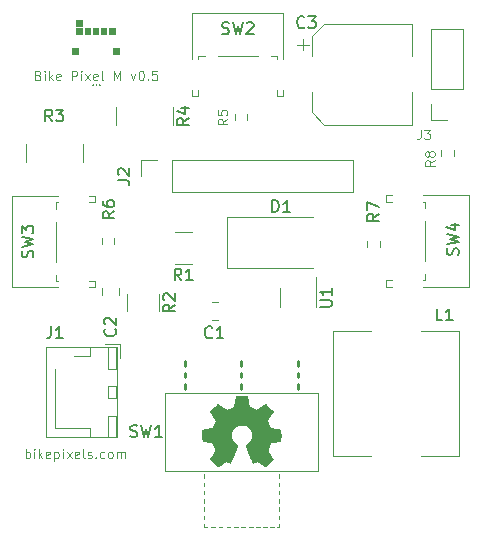
<source format=gbr>
%TF.GenerationSoftware,KiCad,Pcbnew,(6.0.0)*%
%TF.CreationDate,2022-01-15T14:34:17+01:00*%
%TF.ProjectId,bike_pixel_m,62696b65-5f70-4697-9865-6c5f6d2e6b69,v0.5*%
%TF.SameCoordinates,Original*%
%TF.FileFunction,Legend,Top*%
%TF.FilePolarity,Positive*%
%FSLAX46Y46*%
G04 Gerber Fmt 4.6, Leading zero omitted, Abs format (unit mm)*
G04 Created by KiCad (PCBNEW (6.0.0)) date 2022-01-15 14:34:17*
%MOMM*%
%LPD*%
G01*
G04 APERTURE LIST*
%ADD10C,0.100000*%
%ADD11C,0.150000*%
%ADD12C,0.120000*%
%ADD13C,0.240000*%
%ADD14C,0.010000*%
G04 APERTURE END LIST*
D10*
X121290476Y-117861904D02*
X121290476Y-117061904D01*
X121290476Y-117366666D02*
X121366666Y-117328571D01*
X121519047Y-117328571D01*
X121595238Y-117366666D01*
X121633333Y-117404761D01*
X121671428Y-117480952D01*
X121671428Y-117709523D01*
X121633333Y-117785714D01*
X121595238Y-117823809D01*
X121519047Y-117861904D01*
X121366666Y-117861904D01*
X121290476Y-117823809D01*
X122014285Y-117861904D02*
X122014285Y-117328571D01*
X122014285Y-117061904D02*
X121976190Y-117100000D01*
X122014285Y-117138095D01*
X122052380Y-117100000D01*
X122014285Y-117061904D01*
X122014285Y-117138095D01*
X122395238Y-117861904D02*
X122395238Y-117061904D01*
X122471428Y-117557142D02*
X122700000Y-117861904D01*
X122700000Y-117328571D02*
X122395238Y-117633333D01*
X123347619Y-117823809D02*
X123271428Y-117861904D01*
X123119047Y-117861904D01*
X123042857Y-117823809D01*
X123004761Y-117747619D01*
X123004761Y-117442857D01*
X123042857Y-117366666D01*
X123119047Y-117328571D01*
X123271428Y-117328571D01*
X123347619Y-117366666D01*
X123385714Y-117442857D01*
X123385714Y-117519047D01*
X123004761Y-117595238D01*
X123728571Y-117328571D02*
X123728571Y-118128571D01*
X123728571Y-117366666D02*
X123804761Y-117328571D01*
X123957142Y-117328571D01*
X124033333Y-117366666D01*
X124071428Y-117404761D01*
X124109523Y-117480952D01*
X124109523Y-117709523D01*
X124071428Y-117785714D01*
X124033333Y-117823809D01*
X123957142Y-117861904D01*
X123804761Y-117861904D01*
X123728571Y-117823809D01*
X124452380Y-117861904D02*
X124452380Y-117328571D01*
X124452380Y-117061904D02*
X124414285Y-117100000D01*
X124452380Y-117138095D01*
X124490476Y-117100000D01*
X124452380Y-117061904D01*
X124452380Y-117138095D01*
X124757142Y-117861904D02*
X125176190Y-117328571D01*
X124757142Y-117328571D02*
X125176190Y-117861904D01*
X125785714Y-117823809D02*
X125709523Y-117861904D01*
X125557142Y-117861904D01*
X125480952Y-117823809D01*
X125442857Y-117747619D01*
X125442857Y-117442857D01*
X125480952Y-117366666D01*
X125557142Y-117328571D01*
X125709523Y-117328571D01*
X125785714Y-117366666D01*
X125823809Y-117442857D01*
X125823809Y-117519047D01*
X125442857Y-117595238D01*
X126280952Y-117861904D02*
X126204761Y-117823809D01*
X126166666Y-117747619D01*
X126166666Y-117061904D01*
X126547619Y-117823809D02*
X126623809Y-117861904D01*
X126776190Y-117861904D01*
X126852380Y-117823809D01*
X126890476Y-117747619D01*
X126890476Y-117709523D01*
X126852380Y-117633333D01*
X126776190Y-117595238D01*
X126661904Y-117595238D01*
X126585714Y-117557142D01*
X126547619Y-117480952D01*
X126547619Y-117442857D01*
X126585714Y-117366666D01*
X126661904Y-117328571D01*
X126776190Y-117328571D01*
X126852380Y-117366666D01*
X127233333Y-117785714D02*
X127271428Y-117823809D01*
X127233333Y-117861904D01*
X127195238Y-117823809D01*
X127233333Y-117785714D01*
X127233333Y-117861904D01*
X127957142Y-117823809D02*
X127880952Y-117861904D01*
X127728571Y-117861904D01*
X127652380Y-117823809D01*
X127614285Y-117785714D01*
X127576190Y-117709523D01*
X127576190Y-117480952D01*
X127614285Y-117404761D01*
X127652380Y-117366666D01*
X127728571Y-117328571D01*
X127880952Y-117328571D01*
X127957142Y-117366666D01*
X128414285Y-117861904D02*
X128338095Y-117823809D01*
X128300000Y-117785714D01*
X128261904Y-117709523D01*
X128261904Y-117480952D01*
X128300000Y-117404761D01*
X128338095Y-117366666D01*
X128414285Y-117328571D01*
X128528571Y-117328571D01*
X128604761Y-117366666D01*
X128642857Y-117404761D01*
X128680952Y-117480952D01*
X128680952Y-117709523D01*
X128642857Y-117785714D01*
X128604761Y-117823809D01*
X128528571Y-117861904D01*
X128414285Y-117861904D01*
X129023809Y-117861904D02*
X129023809Y-117328571D01*
X129023809Y-117404761D02*
X129061904Y-117366666D01*
X129138095Y-117328571D01*
X129252380Y-117328571D01*
X129328571Y-117366666D01*
X129366666Y-117442857D01*
X129366666Y-117861904D01*
X129366666Y-117442857D02*
X129404761Y-117366666D01*
X129480952Y-117328571D01*
X129595238Y-117328571D01*
X129671428Y-117366666D01*
X129709523Y-117442857D01*
X129709523Y-117861904D01*
D11*
%TO.C,C3*%
X144883333Y-81357142D02*
X144835714Y-81404761D01*
X144692857Y-81452380D01*
X144597619Y-81452380D01*
X144454761Y-81404761D01*
X144359523Y-81309523D01*
X144311904Y-81214285D01*
X144264285Y-81023809D01*
X144264285Y-80880952D01*
X144311904Y-80690476D01*
X144359523Y-80595238D01*
X144454761Y-80500000D01*
X144597619Y-80452380D01*
X144692857Y-80452380D01*
X144835714Y-80500000D01*
X144883333Y-80547619D01*
X145216666Y-80452380D02*
X145835714Y-80452380D01*
X145502380Y-80833333D01*
X145645238Y-80833333D01*
X145740476Y-80880952D01*
X145788095Y-80928571D01*
X145835714Y-81023809D01*
X145835714Y-81261904D01*
X145788095Y-81357142D01*
X145740476Y-81404761D01*
X145645238Y-81452380D01*
X145359523Y-81452380D01*
X145264285Y-81404761D01*
X145216666Y-81357142D01*
%TO.C,R6*%
X128802380Y-96966666D02*
X128326190Y-97300000D01*
X128802380Y-97538095D02*
X127802380Y-97538095D01*
X127802380Y-97157142D01*
X127850000Y-97061904D01*
X127897619Y-97014285D01*
X127992857Y-96966666D01*
X128135714Y-96966666D01*
X128230952Y-97014285D01*
X128278571Y-97061904D01*
X128326190Y-97157142D01*
X128326190Y-97538095D01*
X127802380Y-96109523D02*
X127802380Y-96300000D01*
X127850000Y-96395238D01*
X127897619Y-96442857D01*
X128040476Y-96538095D01*
X128230952Y-96585714D01*
X128611904Y-96585714D01*
X128707142Y-96538095D01*
X128754761Y-96490476D01*
X128802380Y-96395238D01*
X128802380Y-96204761D01*
X128754761Y-96109523D01*
X128707142Y-96061904D01*
X128611904Y-96014285D01*
X128373809Y-96014285D01*
X128278571Y-96061904D01*
X128230952Y-96109523D01*
X128183333Y-96204761D01*
X128183333Y-96395238D01*
X128230952Y-96490476D01*
X128278571Y-96538095D01*
X128373809Y-96585714D01*
D10*
%TO.C,R8*%
X155931904Y-92633333D02*
X155550952Y-92900000D01*
X155931904Y-93090476D02*
X155131904Y-93090476D01*
X155131904Y-92785714D01*
X155170000Y-92709523D01*
X155208095Y-92671428D01*
X155284285Y-92633333D01*
X155398571Y-92633333D01*
X155474761Y-92671428D01*
X155512857Y-92709523D01*
X155550952Y-92785714D01*
X155550952Y-93090476D01*
X155474761Y-92176190D02*
X155436666Y-92252380D01*
X155398571Y-92290476D01*
X155322380Y-92328571D01*
X155284285Y-92328571D01*
X155208095Y-92290476D01*
X155170000Y-92252380D01*
X155131904Y-92176190D01*
X155131904Y-92023809D01*
X155170000Y-91947619D01*
X155208095Y-91909523D01*
X155284285Y-91871428D01*
X155322380Y-91871428D01*
X155398571Y-91909523D01*
X155436666Y-91947619D01*
X155474761Y-92023809D01*
X155474761Y-92176190D01*
X155512857Y-92252380D01*
X155550952Y-92290476D01*
X155627142Y-92328571D01*
X155779523Y-92328571D01*
X155855714Y-92290476D01*
X155893809Y-92252380D01*
X155931904Y-92176190D01*
X155931904Y-92023809D01*
X155893809Y-91947619D01*
X155855714Y-91909523D01*
X155779523Y-91871428D01*
X155627142Y-91871428D01*
X155550952Y-91909523D01*
X155512857Y-91947619D01*
X155474761Y-92023809D01*
D11*
%TO.C,C1*%
X137083333Y-107607142D02*
X137035714Y-107654761D01*
X136892857Y-107702380D01*
X136797619Y-107702380D01*
X136654761Y-107654761D01*
X136559523Y-107559523D01*
X136511904Y-107464285D01*
X136464285Y-107273809D01*
X136464285Y-107130952D01*
X136511904Y-106940476D01*
X136559523Y-106845238D01*
X136654761Y-106750000D01*
X136797619Y-106702380D01*
X136892857Y-106702380D01*
X137035714Y-106750000D01*
X137083333Y-106797619D01*
X138035714Y-107702380D02*
X137464285Y-107702380D01*
X137750000Y-107702380D02*
X137750000Y-106702380D01*
X137654761Y-106845238D01*
X137559523Y-106940476D01*
X137464285Y-106988095D01*
D10*
%TO.C,J3*%
X154733333Y-90061904D02*
X154733333Y-90633333D01*
X154695238Y-90747619D01*
X154619047Y-90823809D01*
X154504761Y-90861904D01*
X154428571Y-90861904D01*
X155038095Y-90061904D02*
X155533333Y-90061904D01*
X155266666Y-90366666D01*
X155380952Y-90366666D01*
X155457142Y-90404761D01*
X155495238Y-90442857D01*
X155533333Y-90519047D01*
X155533333Y-90709523D01*
X155495238Y-90785714D01*
X155457142Y-90823809D01*
X155380952Y-90861904D01*
X155152380Y-90861904D01*
X155076190Y-90823809D01*
X155038095Y-90785714D01*
%TO.C,Bike Pixel M v0.5*%
X122354761Y-85442857D02*
X122469047Y-85480952D01*
X122507142Y-85519047D01*
X122545238Y-85595238D01*
X122545238Y-85709523D01*
X122507142Y-85785714D01*
X122469047Y-85823809D01*
X122392857Y-85861904D01*
X122088095Y-85861904D01*
X122088095Y-85061904D01*
X122354761Y-85061904D01*
X122430952Y-85100000D01*
X122469047Y-85138095D01*
X122507142Y-85214285D01*
X122507142Y-85290476D01*
X122469047Y-85366666D01*
X122430952Y-85404761D01*
X122354761Y-85442857D01*
X122088095Y-85442857D01*
X122888095Y-85861904D02*
X122888095Y-85328571D01*
X122888095Y-85061904D02*
X122850000Y-85100000D01*
X122888095Y-85138095D01*
X122926190Y-85100000D01*
X122888095Y-85061904D01*
X122888095Y-85138095D01*
X123269047Y-85861904D02*
X123269047Y-85061904D01*
X123345238Y-85557142D02*
X123573809Y-85861904D01*
X123573809Y-85328571D02*
X123269047Y-85633333D01*
X124221428Y-85823809D02*
X124145238Y-85861904D01*
X123992857Y-85861904D01*
X123916666Y-85823809D01*
X123878571Y-85747619D01*
X123878571Y-85442857D01*
X123916666Y-85366666D01*
X123992857Y-85328571D01*
X124145238Y-85328571D01*
X124221428Y-85366666D01*
X124259523Y-85442857D01*
X124259523Y-85519047D01*
X123878571Y-85595238D01*
X125211904Y-85861904D02*
X125211904Y-85061904D01*
X125516666Y-85061904D01*
X125592857Y-85100000D01*
X125630952Y-85138095D01*
X125669047Y-85214285D01*
X125669047Y-85328571D01*
X125630952Y-85404761D01*
X125592857Y-85442857D01*
X125516666Y-85480952D01*
X125211904Y-85480952D01*
X126011904Y-85861904D02*
X126011904Y-85328571D01*
X126011904Y-85061904D02*
X125973809Y-85100000D01*
X126011904Y-85138095D01*
X126050000Y-85100000D01*
X126011904Y-85061904D01*
X126011904Y-85138095D01*
X126316666Y-85861904D02*
X126735714Y-85328571D01*
X126316666Y-85328571D02*
X126735714Y-85861904D01*
X127345238Y-85823809D02*
X127269047Y-85861904D01*
X127116666Y-85861904D01*
X127040476Y-85823809D01*
X127002380Y-85747619D01*
X127002380Y-85442857D01*
X127040476Y-85366666D01*
X127116666Y-85328571D01*
X127269047Y-85328571D01*
X127345238Y-85366666D01*
X127383333Y-85442857D01*
X127383333Y-85519047D01*
X127002380Y-85595238D01*
X127840476Y-85861904D02*
X127764285Y-85823809D01*
X127726190Y-85747619D01*
X127726190Y-85061904D01*
X128754761Y-85861904D02*
X128754761Y-85061904D01*
X129021428Y-85633333D01*
X129288095Y-85061904D01*
X129288095Y-85861904D01*
X130202380Y-85328571D02*
X130392857Y-85861904D01*
X130583333Y-85328571D01*
X131040476Y-85061904D02*
X131116666Y-85061904D01*
X131192857Y-85100000D01*
X131230952Y-85138095D01*
X131269047Y-85214285D01*
X131307142Y-85366666D01*
X131307142Y-85557142D01*
X131269047Y-85709523D01*
X131230952Y-85785714D01*
X131192857Y-85823809D01*
X131116666Y-85861904D01*
X131040476Y-85861904D01*
X130964285Y-85823809D01*
X130926190Y-85785714D01*
X130888095Y-85709523D01*
X130850000Y-85557142D01*
X130850000Y-85366666D01*
X130888095Y-85214285D01*
X130926190Y-85138095D01*
X130964285Y-85100000D01*
X131040476Y-85061904D01*
X131650000Y-85785714D02*
X131688095Y-85823809D01*
X131650000Y-85861904D01*
X131611904Y-85823809D01*
X131650000Y-85785714D01*
X131650000Y-85861904D01*
X132411904Y-85061904D02*
X132030952Y-85061904D01*
X131992857Y-85442857D01*
X132030952Y-85404761D01*
X132107142Y-85366666D01*
X132297619Y-85366666D01*
X132373809Y-85404761D01*
X132411904Y-85442857D01*
X132450000Y-85519047D01*
X132450000Y-85709523D01*
X132411904Y-85785714D01*
X132373809Y-85823809D01*
X132297619Y-85861904D01*
X132107142Y-85861904D01*
X132030952Y-85823809D01*
X131992857Y-85785714D01*
D11*
%TO.C,D1*%
X142169904Y-97020380D02*
X142169904Y-96020380D01*
X142408000Y-96020380D01*
X142550857Y-96068000D01*
X142646095Y-96163238D01*
X142693714Y-96258476D01*
X142741333Y-96448952D01*
X142741333Y-96591809D01*
X142693714Y-96782285D01*
X142646095Y-96877523D01*
X142550857Y-96972761D01*
X142408000Y-97020380D01*
X142169904Y-97020380D01*
X143693714Y-97020380D02*
X143122285Y-97020380D01*
X143408000Y-97020380D02*
X143408000Y-96020380D01*
X143312761Y-96163238D01*
X143217523Y-96258476D01*
X143122285Y-96306095D01*
%TO.C,R2*%
X133932380Y-104866666D02*
X133456190Y-105200000D01*
X133932380Y-105438095D02*
X132932380Y-105438095D01*
X132932380Y-105057142D01*
X132980000Y-104961904D01*
X133027619Y-104914285D01*
X133122857Y-104866666D01*
X133265714Y-104866666D01*
X133360952Y-104914285D01*
X133408571Y-104961904D01*
X133456190Y-105057142D01*
X133456190Y-105438095D01*
X133027619Y-104485714D02*
X132980000Y-104438095D01*
X132932380Y-104342857D01*
X132932380Y-104104761D01*
X132980000Y-104009523D01*
X133027619Y-103961904D01*
X133122857Y-103914285D01*
X133218095Y-103914285D01*
X133360952Y-103961904D01*
X133932380Y-104533333D01*
X133932380Y-103914285D01*
%TO.C,U1*%
X146200580Y-105054304D02*
X147010104Y-105054304D01*
X147105342Y-105006685D01*
X147152961Y-104959066D01*
X147200580Y-104863828D01*
X147200580Y-104673352D01*
X147152961Y-104578114D01*
X147105342Y-104530495D01*
X147010104Y-104482876D01*
X146200580Y-104482876D01*
X147200580Y-103482876D02*
X147200580Y-104054304D01*
X147200580Y-103768590D02*
X146200580Y-103768590D01*
X146343438Y-103863828D01*
X146438676Y-103959066D01*
X146486295Y-104054304D01*
%TO.C,L1*%
X156583333Y-106202380D02*
X156107142Y-106202380D01*
X156107142Y-105202380D01*
X157440476Y-106202380D02*
X156869047Y-106202380D01*
X157154761Y-106202380D02*
X157154761Y-105202380D01*
X157059523Y-105345238D01*
X156964285Y-105440476D01*
X156869047Y-105488095D01*
%TO.C,SW2*%
X137916666Y-81904761D02*
X138059523Y-81952380D01*
X138297619Y-81952380D01*
X138392857Y-81904761D01*
X138440476Y-81857142D01*
X138488095Y-81761904D01*
X138488095Y-81666666D01*
X138440476Y-81571428D01*
X138392857Y-81523809D01*
X138297619Y-81476190D01*
X138107142Y-81428571D01*
X138011904Y-81380952D01*
X137964285Y-81333333D01*
X137916666Y-81238095D01*
X137916666Y-81142857D01*
X137964285Y-81047619D01*
X138011904Y-81000000D01*
X138107142Y-80952380D01*
X138345238Y-80952380D01*
X138488095Y-81000000D01*
X138821428Y-80952380D02*
X139059523Y-81952380D01*
X139250000Y-81238095D01*
X139440476Y-81952380D01*
X139678571Y-80952380D01*
X140011904Y-81047619D02*
X140059523Y-81000000D01*
X140154761Y-80952380D01*
X140392857Y-80952380D01*
X140488095Y-81000000D01*
X140535714Y-81047619D01*
X140583333Y-81142857D01*
X140583333Y-81238095D01*
X140535714Y-81380952D01*
X139964285Y-81952380D01*
X140583333Y-81952380D01*
%TO.C,C2*%
X128857142Y-106916666D02*
X128904761Y-106964285D01*
X128952380Y-107107142D01*
X128952380Y-107202380D01*
X128904761Y-107345238D01*
X128809523Y-107440476D01*
X128714285Y-107488095D01*
X128523809Y-107535714D01*
X128380952Y-107535714D01*
X128190476Y-107488095D01*
X128095238Y-107440476D01*
X128000000Y-107345238D01*
X127952380Y-107202380D01*
X127952380Y-107107142D01*
X128000000Y-106964285D01*
X128047619Y-106916666D01*
X128047619Y-106535714D02*
X128000000Y-106488095D01*
X127952380Y-106392857D01*
X127952380Y-106154761D01*
X128000000Y-106059523D01*
X128047619Y-106011904D01*
X128142857Y-105964285D01*
X128238095Y-105964285D01*
X128380952Y-106011904D01*
X128952380Y-106583333D01*
X128952380Y-105964285D01*
D10*
%TO.C,...*%
X126964285Y-86214285D02*
X126992857Y-86242857D01*
X126964285Y-86271428D01*
X126935714Y-86242857D01*
X126964285Y-86214285D01*
X126964285Y-86271428D01*
X127250000Y-86214285D02*
X127278571Y-86242857D01*
X127250000Y-86271428D01*
X127221428Y-86242857D01*
X127250000Y-86214285D01*
X127250000Y-86271428D01*
X127535714Y-86214285D02*
X127564285Y-86242857D01*
X127535714Y-86271428D01*
X127507142Y-86242857D01*
X127535714Y-86214285D01*
X127535714Y-86271428D01*
D11*
%TO.C,SW1*%
X130166666Y-116024761D02*
X130309523Y-116072380D01*
X130547619Y-116072380D01*
X130642857Y-116024761D01*
X130690476Y-115977142D01*
X130738095Y-115881904D01*
X130738095Y-115786666D01*
X130690476Y-115691428D01*
X130642857Y-115643809D01*
X130547619Y-115596190D01*
X130357142Y-115548571D01*
X130261904Y-115500952D01*
X130214285Y-115453333D01*
X130166666Y-115358095D01*
X130166666Y-115262857D01*
X130214285Y-115167619D01*
X130261904Y-115120000D01*
X130357142Y-115072380D01*
X130595238Y-115072380D01*
X130738095Y-115120000D01*
X131071428Y-115072380D02*
X131309523Y-116072380D01*
X131500000Y-115358095D01*
X131690476Y-116072380D01*
X131928571Y-115072380D01*
X132833333Y-116072380D02*
X132261904Y-116072380D01*
X132547619Y-116072380D02*
X132547619Y-115072380D01*
X132452380Y-115215238D01*
X132357142Y-115310476D01*
X132261904Y-115358095D01*
%TO.C,SW3*%
X121904761Y-100858333D02*
X121952380Y-100715476D01*
X121952380Y-100477380D01*
X121904761Y-100382142D01*
X121857142Y-100334523D01*
X121761904Y-100286904D01*
X121666666Y-100286904D01*
X121571428Y-100334523D01*
X121523809Y-100382142D01*
X121476190Y-100477380D01*
X121428571Y-100667857D01*
X121380952Y-100763095D01*
X121333333Y-100810714D01*
X121238095Y-100858333D01*
X121142857Y-100858333D01*
X121047619Y-100810714D01*
X121000000Y-100763095D01*
X120952380Y-100667857D01*
X120952380Y-100429761D01*
X121000000Y-100286904D01*
X120952380Y-99953571D02*
X121952380Y-99715476D01*
X121238095Y-99525000D01*
X121952380Y-99334523D01*
X120952380Y-99096428D01*
X120952380Y-98810714D02*
X120952380Y-98191666D01*
X121333333Y-98525000D01*
X121333333Y-98382142D01*
X121380952Y-98286904D01*
X121428571Y-98239285D01*
X121523809Y-98191666D01*
X121761904Y-98191666D01*
X121857142Y-98239285D01*
X121904761Y-98286904D01*
X121952380Y-98382142D01*
X121952380Y-98667857D01*
X121904761Y-98763095D01*
X121857142Y-98810714D01*
%TO.C,R3*%
X123533333Y-89339880D02*
X123200000Y-88863690D01*
X122961904Y-89339880D02*
X122961904Y-88339880D01*
X123342857Y-88339880D01*
X123438095Y-88387500D01*
X123485714Y-88435119D01*
X123533333Y-88530357D01*
X123533333Y-88673214D01*
X123485714Y-88768452D01*
X123438095Y-88816071D01*
X123342857Y-88863690D01*
X122961904Y-88863690D01*
X123866666Y-88339880D02*
X124485714Y-88339880D01*
X124152380Y-88720833D01*
X124295238Y-88720833D01*
X124390476Y-88768452D01*
X124438095Y-88816071D01*
X124485714Y-88911309D01*
X124485714Y-89149404D01*
X124438095Y-89244642D01*
X124390476Y-89292261D01*
X124295238Y-89339880D01*
X124009523Y-89339880D01*
X123914285Y-89292261D01*
X123866666Y-89244642D01*
%TO.C,J1*%
X123440666Y-106702380D02*
X123440666Y-107416666D01*
X123393047Y-107559523D01*
X123297809Y-107654761D01*
X123154952Y-107702380D01*
X123059714Y-107702380D01*
X124440666Y-107702380D02*
X123869238Y-107702380D01*
X124154952Y-107702380D02*
X124154952Y-106702380D01*
X124059714Y-106845238D01*
X123964476Y-106940476D01*
X123869238Y-106988095D01*
%TO.C,R7*%
X151202380Y-97166666D02*
X150726190Y-97500000D01*
X151202380Y-97738095D02*
X150202380Y-97738095D01*
X150202380Y-97357142D01*
X150250000Y-97261904D01*
X150297619Y-97214285D01*
X150392857Y-97166666D01*
X150535714Y-97166666D01*
X150630952Y-97214285D01*
X150678571Y-97261904D01*
X150726190Y-97357142D01*
X150726190Y-97738095D01*
X150202380Y-96833333D02*
X150202380Y-96166666D01*
X151202380Y-96595238D01*
%TO.C,J2*%
X129082380Y-94308333D02*
X129796666Y-94308333D01*
X129939523Y-94355952D01*
X130034761Y-94451190D01*
X130082380Y-94594047D01*
X130082380Y-94689285D01*
X129177619Y-93879761D02*
X129130000Y-93832142D01*
X129082380Y-93736904D01*
X129082380Y-93498809D01*
X129130000Y-93403571D01*
X129177619Y-93355952D01*
X129272857Y-93308333D01*
X129368095Y-93308333D01*
X129510952Y-93355952D01*
X130082380Y-93927380D01*
X130082380Y-93308333D01*
%TO.C,R1*%
X134479333Y-102808380D02*
X134146000Y-102332190D01*
X133907904Y-102808380D02*
X133907904Y-101808380D01*
X134288857Y-101808380D01*
X134384095Y-101856000D01*
X134431714Y-101903619D01*
X134479333Y-101998857D01*
X134479333Y-102141714D01*
X134431714Y-102236952D01*
X134384095Y-102284571D01*
X134288857Y-102332190D01*
X133907904Y-102332190D01*
X135431714Y-102808380D02*
X134860285Y-102808380D01*
X135146000Y-102808380D02*
X135146000Y-101808380D01*
X135050761Y-101951238D01*
X134955523Y-102046476D01*
X134860285Y-102094095D01*
D10*
%TO.C,R5*%
X138361904Y-89133333D02*
X137980952Y-89400000D01*
X138361904Y-89590476D02*
X137561904Y-89590476D01*
X137561904Y-89285714D01*
X137600000Y-89209523D01*
X137638095Y-89171428D01*
X137714285Y-89133333D01*
X137828571Y-89133333D01*
X137904761Y-89171428D01*
X137942857Y-89209523D01*
X137980952Y-89285714D01*
X137980952Y-89590476D01*
X137561904Y-88409523D02*
X137561904Y-88790476D01*
X137942857Y-88828571D01*
X137904761Y-88790476D01*
X137866666Y-88714285D01*
X137866666Y-88523809D01*
X137904761Y-88447619D01*
X137942857Y-88409523D01*
X138019047Y-88371428D01*
X138209523Y-88371428D01*
X138285714Y-88409523D01*
X138323809Y-88447619D01*
X138361904Y-88523809D01*
X138361904Y-88714285D01*
X138323809Y-88790476D01*
X138285714Y-88828571D01*
D11*
%TO.C,R4*%
X135122380Y-89079166D02*
X134646190Y-89412500D01*
X135122380Y-89650595D02*
X134122380Y-89650595D01*
X134122380Y-89269642D01*
X134170000Y-89174404D01*
X134217619Y-89126785D01*
X134312857Y-89079166D01*
X134455714Y-89079166D01*
X134550952Y-89126785D01*
X134598571Y-89174404D01*
X134646190Y-89269642D01*
X134646190Y-89650595D01*
X134455714Y-88222023D02*
X135122380Y-88222023D01*
X134074761Y-88460119D02*
X134789047Y-88698214D01*
X134789047Y-88079166D01*
%TO.C,SW4*%
X157904761Y-100658333D02*
X157952380Y-100515476D01*
X157952380Y-100277380D01*
X157904761Y-100182142D01*
X157857142Y-100134523D01*
X157761904Y-100086904D01*
X157666666Y-100086904D01*
X157571428Y-100134523D01*
X157523809Y-100182142D01*
X157476190Y-100277380D01*
X157428571Y-100467857D01*
X157380952Y-100563095D01*
X157333333Y-100610714D01*
X157238095Y-100658333D01*
X157142857Y-100658333D01*
X157047619Y-100610714D01*
X157000000Y-100563095D01*
X156952380Y-100467857D01*
X156952380Y-100229761D01*
X157000000Y-100086904D01*
X156952380Y-99753571D02*
X157952380Y-99515476D01*
X157238095Y-99325000D01*
X157952380Y-99134523D01*
X156952380Y-98896428D01*
X157285714Y-98086904D02*
X157952380Y-98086904D01*
X156904761Y-98325000D02*
X157619047Y-98563095D01*
X157619047Y-97944047D01*
D12*
%TO.C,C3*%
X146571937Y-81090000D02*
X154027500Y-81090000D01*
X145507500Y-88545563D02*
X145507500Y-86860000D01*
X154027500Y-89610000D02*
X154027500Y-86860000D01*
X145507500Y-88545563D02*
X146571937Y-89610000D01*
X144767500Y-82340000D02*
X144767500Y-83340000D01*
X146571937Y-89610000D02*
X154027500Y-89610000D01*
X145507500Y-82154437D02*
X145507500Y-83840000D01*
X144267500Y-82840000D02*
X145267500Y-82840000D01*
X145507500Y-82154437D02*
X146571937Y-81090000D01*
X154027500Y-81090000D02*
X154027500Y-83840000D01*
%TO.C,R6*%
X127727500Y-99754724D02*
X127727500Y-99245276D01*
X128772500Y-99754724D02*
X128772500Y-99245276D01*
%TO.C,R8*%
X157522500Y-92254724D02*
X157522500Y-91745276D01*
X156477500Y-92254724D02*
X156477500Y-91745276D01*
%TO.C,C1*%
X137599052Y-106145000D02*
X137076548Y-106145000D01*
X137599052Y-104675000D02*
X137076548Y-104675000D01*
%TO.C,J3*%
X158305000Y-86630000D02*
X155645000Y-86630000D01*
X156975000Y-89230000D02*
X155645000Y-89230000D01*
X155645000Y-86630000D02*
X155645000Y-81490000D01*
X158305000Y-86630000D02*
X158305000Y-81490000D01*
X155645000Y-89230000D02*
X155645000Y-87900000D01*
X158305000Y-81490000D02*
X155645000Y-81490000D01*
%TO.C,Bike Pixel M v0.5*%
G36*
X128900241Y-82014951D02*
G01*
X128341919Y-82014951D01*
X128343183Y-81737055D01*
X128344448Y-81459158D01*
X128622345Y-81457893D01*
X128900241Y-81456629D01*
X128900241Y-82014951D01*
G37*
G36*
X129252815Y-83728851D02*
G01*
X128694492Y-83728851D01*
X128695757Y-83450955D01*
X128697022Y-83173058D01*
X128974918Y-83171793D01*
X129252815Y-83170529D01*
X129252815Y-83728851D01*
G37*
G36*
X126833767Y-82014951D02*
G01*
X126275445Y-82014951D01*
X126276710Y-81737055D01*
X126277974Y-81459158D01*
X126555871Y-81457893D01*
X126833767Y-81456629D01*
X126833767Y-82014951D01*
G37*
G36*
X127934336Y-81457893D02*
G01*
X128212233Y-81459158D01*
X128213498Y-81737055D01*
X128214762Y-82014951D01*
X127656440Y-82014951D01*
X127656440Y-81456629D01*
X127934336Y-81457893D01*
G37*
G36*
X125529979Y-83171793D02*
G01*
X125807876Y-83173058D01*
X125809140Y-83450955D01*
X125810405Y-83728851D01*
X125252083Y-83728851D01*
X125252083Y-83170529D01*
X125529979Y-83171793D01*
G37*
G36*
X126143311Y-81329391D02*
G01*
X125589966Y-81329391D01*
X125589966Y-80771150D01*
X126143311Y-80771150D01*
X126143311Y-81329391D01*
G37*
G36*
X126143311Y-82014951D02*
G01*
X125589966Y-82014951D01*
X125589966Y-81456710D01*
X126143311Y-81456710D01*
X126143311Y-82014951D01*
G37*
G36*
X127523041Y-81737055D02*
G01*
X127524305Y-82014951D01*
X126965902Y-82014951D01*
X126967166Y-81737055D01*
X126968431Y-81459158D01*
X127521776Y-81459158D01*
X127523041Y-81737055D01*
G37*
%TO.C,D1*%
X138308000Y-97418000D02*
X138308000Y-101718000D01*
X138308000Y-101718000D02*
X145608000Y-101718000D01*
X138308000Y-97418000D02*
X145608000Y-97418000D01*
%TO.C,R2*%
X129845000Y-103976263D02*
X129845000Y-105423737D01*
X132555000Y-103976263D02*
X132555000Y-105423737D01*
%TO.C,U1*%
X142788200Y-104292400D02*
X142788200Y-103492400D01*
X145908200Y-104292400D02*
X145908200Y-102492400D01*
X142788200Y-104292400D02*
X142788200Y-105092400D01*
X145908200Y-104292400D02*
X145908200Y-105092400D01*
%TO.C,L1*%
X157954000Y-117695000D02*
X154754000Y-117695000D01*
X147354000Y-117695000D02*
X147354000Y-107095000D01*
X150554000Y-117695000D02*
X147354000Y-117695000D01*
X147354000Y-107095000D02*
X150554000Y-107095000D01*
X157954000Y-107095000D02*
X157954000Y-117695000D01*
X154754000Y-107095000D02*
X157954000Y-107095000D01*
%TO.C,SW2*%
X135910000Y-83832500D02*
X136450000Y-83832500D01*
X143110000Y-86662500D02*
X143110000Y-87172500D01*
X142590000Y-83832500D02*
X142590000Y-84062500D01*
X143110000Y-80162500D02*
X143110000Y-84062500D01*
X142050000Y-83832500D02*
X142590000Y-83832500D01*
X137550000Y-83832500D02*
X140950000Y-83832500D01*
X142590000Y-86662500D02*
X142590000Y-87172500D01*
X135390000Y-80162500D02*
X143110000Y-80162500D01*
X142590000Y-87172500D02*
X143110000Y-87172500D01*
X135390000Y-80162500D02*
X135390000Y-84062500D01*
X135390000Y-86662500D02*
X135390000Y-87172500D01*
X135390000Y-87172500D02*
X135910000Y-87172500D01*
X135910000Y-86662500D02*
X135910000Y-87172500D01*
X135910000Y-83832500D02*
X135910000Y-84062500D01*
%TO.C,C2*%
X127765000Y-103488748D02*
X127765000Y-104011252D01*
X129235000Y-103488748D02*
X129235000Y-104011252D01*
D13*
%TO.C,SW1*%
X144350000Y-111620000D02*
X144350000Y-112020000D01*
D12*
X136350000Y-119220000D02*
X136350000Y-119520000D01*
X136350000Y-122720000D02*
X136350000Y-123020000D01*
X139550000Y-123720000D02*
X139850000Y-123720000D01*
X138300000Y-123720000D02*
X138600000Y-123720000D01*
X140200000Y-123720000D02*
X140500000Y-123720000D01*
D13*
X139550000Y-111620000D02*
X139550000Y-112020000D01*
X134750000Y-111620000D02*
X134750000Y-112020000D01*
D12*
X136350000Y-123420000D02*
X136350000Y-123720000D01*
D13*
X134750000Y-109620000D02*
X134750000Y-110020000D01*
D12*
X142750000Y-122020000D02*
X142750000Y-122320000D01*
X136350000Y-121320000D02*
X136350000Y-121620000D01*
X142750000Y-121320000D02*
X142750000Y-121620000D01*
X136350000Y-119920000D02*
X136350000Y-120220000D01*
X142000000Y-123720000D02*
X142300000Y-123720000D01*
X137650000Y-123720000D02*
X137950000Y-123720000D01*
X136350000Y-122020000D02*
X136350000Y-122320000D01*
X138950000Y-123720000D02*
X139250000Y-123720000D01*
D13*
X139550000Y-109620000D02*
X139550000Y-110020000D01*
D12*
X142750000Y-119220000D02*
X142750000Y-119520000D01*
X142550000Y-123720000D02*
X142750000Y-123720000D01*
D13*
X144350000Y-109620000D02*
X144350000Y-110020000D01*
D12*
X142750000Y-120620000D02*
X142750000Y-120920000D01*
X141400000Y-123720000D02*
X141700000Y-123720000D01*
X142750000Y-119920000D02*
X142750000Y-120220000D01*
X142750000Y-123720000D02*
X142750000Y-123420000D01*
X137000000Y-123720000D02*
X137300000Y-123720000D01*
X140800000Y-123720000D02*
X141100000Y-123720000D01*
D13*
X139550000Y-110620000D02*
X139550000Y-111020000D01*
D12*
X142750000Y-122720000D02*
X142750000Y-123020000D01*
D13*
X134750000Y-110620000D02*
X134750000Y-111020000D01*
D12*
X136350000Y-123720000D02*
X136650000Y-123720000D01*
X136350000Y-120620000D02*
X136350000Y-120920000D01*
D13*
X144350000Y-110620000D02*
X144350000Y-111020000D01*
D12*
X133050000Y-112320000D02*
X146050000Y-112320000D01*
X146050000Y-112320000D02*
X146050000Y-118920000D01*
X146050000Y-118920000D02*
X133050000Y-118920000D01*
X133050000Y-118920000D02*
X133050000Y-112320000D01*
%TO.C,SW3*%
X126650000Y-95665000D02*
X127160000Y-95665000D01*
X120150000Y-95665000D02*
X124050000Y-95665000D01*
X123820000Y-102865000D02*
X123820000Y-102325000D01*
X127160000Y-103385000D02*
X127160000Y-102865000D01*
X123820000Y-96185000D02*
X124050000Y-96185000D01*
X120150000Y-103385000D02*
X124050000Y-103385000D01*
X126650000Y-102865000D02*
X127160000Y-102865000D01*
X127160000Y-96185000D02*
X127160000Y-95665000D01*
X126650000Y-103385000D02*
X127160000Y-103385000D01*
X123820000Y-96725000D02*
X123820000Y-96185000D01*
X123820000Y-102865000D02*
X124050000Y-102865000D01*
X123820000Y-101225000D02*
X123820000Y-97825000D01*
X120150000Y-103385000D02*
X120150000Y-95665000D01*
X126650000Y-96185000D02*
X127160000Y-96185000D01*
%TO.C,R3*%
X126110000Y-92777064D02*
X126110000Y-91222936D01*
X121290000Y-92777064D02*
X121290000Y-91222936D01*
%TO.C,J1*%
X123015000Y-116078000D02*
X128985000Y-116078000D01*
X128985000Y-116078000D02*
X128985000Y-108458000D01*
X128975000Y-108468000D02*
X128225000Y-108468000D01*
X128985000Y-108458000D02*
X123015000Y-108458000D01*
X128975000Y-111768000D02*
X128225000Y-111768000D01*
X128225000Y-110268000D02*
X128975000Y-110268000D01*
X126725000Y-115318000D02*
X123775000Y-115318000D01*
X128225000Y-114268000D02*
X128225000Y-116068000D01*
X123775000Y-115318000D02*
X123775000Y-112268000D01*
X126725000Y-116068000D02*
X126725000Y-115318000D01*
X128975000Y-112768000D02*
X128975000Y-111768000D01*
X126725000Y-108468000D02*
X126725000Y-109218000D01*
X128225000Y-111768000D02*
X128225000Y-112768000D01*
X129275000Y-109418000D02*
X129275000Y-108168000D01*
X128975000Y-110268000D02*
X128975000Y-108468000D01*
X129275000Y-108168000D02*
X128025000Y-108168000D01*
X123775000Y-112268000D02*
X123775000Y-110278000D01*
X128975000Y-114268000D02*
X128225000Y-114268000D01*
X128225000Y-112768000D02*
X128975000Y-112768000D01*
X128225000Y-116068000D02*
X128975000Y-116068000D01*
X123015000Y-108458000D02*
X123015000Y-116078000D01*
X126725000Y-109218000D02*
X125385000Y-109218000D01*
X128975000Y-116068000D02*
X128975000Y-114268000D01*
X128225000Y-108468000D02*
X128225000Y-110268000D01*
%TO.C,R7*%
X150227500Y-100004724D02*
X150227500Y-99495276D01*
X151272500Y-100004724D02*
X151272500Y-99495276D01*
%TO.C,J2*%
X131070000Y-93975000D02*
X131070000Y-92645000D01*
X148970000Y-95305000D02*
X148970000Y-92645000D01*
X133670000Y-95305000D02*
X148970000Y-95305000D01*
X133670000Y-92645000D02*
X148970000Y-92645000D01*
X133670000Y-95305000D02*
X133670000Y-92645000D01*
X131070000Y-92645000D02*
X132400000Y-92645000D01*
%TO.C,R1*%
X135369737Y-98721000D02*
X133922263Y-98721000D01*
X135369737Y-101431000D02*
X133922263Y-101431000D01*
%TO.C,R5*%
X138977500Y-89254724D02*
X138977500Y-88745276D01*
X140022500Y-89254724D02*
X140022500Y-88745276D01*
D14*
%TO.C,REF\u002A\u002A*%
X140105814Y-113068931D02*
X140189635Y-113513555D01*
X140189635Y-113513555D02*
X140498920Y-113641053D01*
X140498920Y-113641053D02*
X140808206Y-113768551D01*
X140808206Y-113768551D02*
X141179246Y-113516246D01*
X141179246Y-113516246D02*
X141283157Y-113445996D01*
X141283157Y-113445996D02*
X141377087Y-113383272D01*
X141377087Y-113383272D02*
X141456652Y-113330938D01*
X141456652Y-113330938D02*
X141517470Y-113291857D01*
X141517470Y-113291857D02*
X141555157Y-113268893D01*
X141555157Y-113268893D02*
X141565421Y-113263942D01*
X141565421Y-113263942D02*
X141583910Y-113276676D01*
X141583910Y-113276676D02*
X141623420Y-113311882D01*
X141623420Y-113311882D02*
X141679522Y-113365062D01*
X141679522Y-113365062D02*
X141747787Y-113431718D01*
X141747787Y-113431718D02*
X141823786Y-113507354D01*
X141823786Y-113507354D02*
X141903092Y-113587472D01*
X141903092Y-113587472D02*
X141981275Y-113667574D01*
X141981275Y-113667574D02*
X142053907Y-113743164D01*
X142053907Y-113743164D02*
X142116559Y-113809745D01*
X142116559Y-113809745D02*
X142164803Y-113862818D01*
X142164803Y-113862818D02*
X142194210Y-113897887D01*
X142194210Y-113897887D02*
X142201241Y-113909623D01*
X142201241Y-113909623D02*
X142191123Y-113931260D01*
X142191123Y-113931260D02*
X142162759Y-113978662D01*
X142162759Y-113978662D02*
X142119129Y-114047193D01*
X142119129Y-114047193D02*
X142063218Y-114132215D01*
X142063218Y-114132215D02*
X141998006Y-114229093D01*
X141998006Y-114229093D02*
X141960219Y-114284350D01*
X141960219Y-114284350D02*
X141891343Y-114385248D01*
X141891343Y-114385248D02*
X141830140Y-114476299D01*
X141830140Y-114476299D02*
X141779578Y-114552970D01*
X141779578Y-114552970D02*
X141742628Y-114610728D01*
X141742628Y-114610728D02*
X141722258Y-114645043D01*
X141722258Y-114645043D02*
X141719197Y-114652254D01*
X141719197Y-114652254D02*
X141726136Y-114672748D01*
X141726136Y-114672748D02*
X141745051Y-114720513D01*
X141745051Y-114720513D02*
X141773087Y-114788832D01*
X141773087Y-114788832D02*
X141807391Y-114870989D01*
X141807391Y-114870989D02*
X141845109Y-114960270D01*
X141845109Y-114960270D02*
X141883387Y-115049958D01*
X141883387Y-115049958D02*
X141919370Y-115133338D01*
X141919370Y-115133338D02*
X141950206Y-115203694D01*
X141950206Y-115203694D02*
X141973039Y-115254310D01*
X141973039Y-115254310D02*
X141985017Y-115278471D01*
X141985017Y-115278471D02*
X141985724Y-115279422D01*
X141985724Y-115279422D02*
X142004531Y-115284036D01*
X142004531Y-115284036D02*
X142054618Y-115294328D01*
X142054618Y-115294328D02*
X142130793Y-115309287D01*
X142130793Y-115309287D02*
X142227865Y-115327901D01*
X142227865Y-115327901D02*
X142340643Y-115349159D01*
X142340643Y-115349159D02*
X142406442Y-115361418D01*
X142406442Y-115361418D02*
X142526950Y-115384362D01*
X142526950Y-115384362D02*
X142635797Y-115406195D01*
X142635797Y-115406195D02*
X142727476Y-115425722D01*
X142727476Y-115425722D02*
X142796481Y-115441748D01*
X142796481Y-115441748D02*
X142837304Y-115453079D01*
X142837304Y-115453079D02*
X142845511Y-115456674D01*
X142845511Y-115456674D02*
X142853548Y-115481006D01*
X142853548Y-115481006D02*
X142860033Y-115535959D01*
X142860033Y-115535959D02*
X142864970Y-115615108D01*
X142864970Y-115615108D02*
X142868364Y-115712026D01*
X142868364Y-115712026D02*
X142870218Y-115820287D01*
X142870218Y-115820287D02*
X142870538Y-115933465D01*
X142870538Y-115933465D02*
X142869327Y-116045135D01*
X142869327Y-116045135D02*
X142866590Y-116148868D01*
X142866590Y-116148868D02*
X142862331Y-116238241D01*
X142862331Y-116238241D02*
X142856555Y-116306826D01*
X142856555Y-116306826D02*
X142849267Y-116348197D01*
X142849267Y-116348197D02*
X142844895Y-116356810D01*
X142844895Y-116356810D02*
X142818764Y-116367133D01*
X142818764Y-116367133D02*
X142763393Y-116381892D01*
X142763393Y-116381892D02*
X142686107Y-116399352D01*
X142686107Y-116399352D02*
X142594230Y-116417780D01*
X142594230Y-116417780D02*
X142562158Y-116423741D01*
X142562158Y-116423741D02*
X142407524Y-116452066D01*
X142407524Y-116452066D02*
X142285375Y-116474876D01*
X142285375Y-116474876D02*
X142191673Y-116493080D01*
X142191673Y-116493080D02*
X142122384Y-116507583D01*
X142122384Y-116507583D02*
X142073471Y-116519292D01*
X142073471Y-116519292D02*
X142040897Y-116529115D01*
X142040897Y-116529115D02*
X142020628Y-116537956D01*
X142020628Y-116537956D02*
X142008626Y-116546724D01*
X142008626Y-116546724D02*
X142006947Y-116548457D01*
X142006947Y-116548457D02*
X141990184Y-116576371D01*
X141990184Y-116576371D02*
X141964614Y-116630695D01*
X141964614Y-116630695D02*
X141932788Y-116704777D01*
X141932788Y-116704777D02*
X141897260Y-116791965D01*
X141897260Y-116791965D02*
X141860583Y-116885608D01*
X141860583Y-116885608D02*
X141825311Y-116979052D01*
X141825311Y-116979052D02*
X141793996Y-117065647D01*
X141793996Y-117065647D02*
X141769193Y-117138740D01*
X141769193Y-117138740D02*
X141753454Y-117191678D01*
X141753454Y-117191678D02*
X141749332Y-117217811D01*
X141749332Y-117217811D02*
X141749676Y-117218726D01*
X141749676Y-117218726D02*
X141763641Y-117240086D01*
X141763641Y-117240086D02*
X141795322Y-117287084D01*
X141795322Y-117287084D02*
X141841391Y-117354827D01*
X141841391Y-117354827D02*
X141898518Y-117438423D01*
X141898518Y-117438423D02*
X141963373Y-117532982D01*
X141963373Y-117532982D02*
X141981843Y-117559854D01*
X141981843Y-117559854D02*
X142047699Y-117657275D01*
X142047699Y-117657275D02*
X142105650Y-117746163D01*
X142105650Y-117746163D02*
X142152538Y-117821412D01*
X142152538Y-117821412D02*
X142185207Y-117877920D01*
X142185207Y-117877920D02*
X142200500Y-117910581D01*
X142200500Y-117910581D02*
X142201241Y-117914593D01*
X142201241Y-117914593D02*
X142188392Y-117935684D01*
X142188392Y-117935684D02*
X142152888Y-117977464D01*
X142152888Y-117977464D02*
X142099293Y-118035445D01*
X142099293Y-118035445D02*
X142032171Y-118105135D01*
X142032171Y-118105135D02*
X141956087Y-118182045D01*
X141956087Y-118182045D02*
X141875604Y-118261683D01*
X141875604Y-118261683D02*
X141795287Y-118339561D01*
X141795287Y-118339561D02*
X141719699Y-118411186D01*
X141719699Y-118411186D02*
X141653405Y-118472070D01*
X141653405Y-118472070D02*
X141600969Y-118517721D01*
X141600969Y-118517721D02*
X141566955Y-118543650D01*
X141566955Y-118543650D02*
X141557545Y-118547883D01*
X141557545Y-118547883D02*
X141535643Y-118537912D01*
X141535643Y-118537912D02*
X141490800Y-118511020D01*
X141490800Y-118511020D02*
X141430321Y-118471736D01*
X141430321Y-118471736D02*
X141383789Y-118440117D01*
X141383789Y-118440117D02*
X141299475Y-118382098D01*
X141299475Y-118382098D02*
X141199626Y-118313784D01*
X141199626Y-118313784D02*
X141099473Y-118245579D01*
X141099473Y-118245579D02*
X141045627Y-118209075D01*
X141045627Y-118209075D02*
X140863371Y-118085800D01*
X140863371Y-118085800D02*
X140710381Y-118168520D01*
X140710381Y-118168520D02*
X140640682Y-118204759D01*
X140640682Y-118204759D02*
X140581414Y-118232926D01*
X140581414Y-118232926D02*
X140541311Y-118248991D01*
X140541311Y-118248991D02*
X140531103Y-118251226D01*
X140531103Y-118251226D02*
X140518829Y-118234722D01*
X140518829Y-118234722D02*
X140494613Y-118188082D01*
X140494613Y-118188082D02*
X140460263Y-118115609D01*
X140460263Y-118115609D02*
X140417588Y-118021606D01*
X140417588Y-118021606D02*
X140368394Y-117910374D01*
X140368394Y-117910374D02*
X140314490Y-117786215D01*
X140314490Y-117786215D02*
X140257684Y-117653432D01*
X140257684Y-117653432D02*
X140199782Y-117516327D01*
X140199782Y-117516327D02*
X140142593Y-117379202D01*
X140142593Y-117379202D02*
X140087924Y-117246358D01*
X140087924Y-117246358D02*
X140037584Y-117122098D01*
X140037584Y-117122098D02*
X139993380Y-117010725D01*
X139993380Y-117010725D02*
X139957119Y-116916539D01*
X139957119Y-116916539D02*
X139930609Y-116843844D01*
X139930609Y-116843844D02*
X139915658Y-116796941D01*
X139915658Y-116796941D02*
X139913254Y-116780833D01*
X139913254Y-116780833D02*
X139932311Y-116760286D01*
X139932311Y-116760286D02*
X139974036Y-116726933D01*
X139974036Y-116726933D02*
X140029706Y-116687702D01*
X140029706Y-116687702D02*
X140034378Y-116684599D01*
X140034378Y-116684599D02*
X140178264Y-116569423D01*
X140178264Y-116569423D02*
X140294283Y-116435053D01*
X140294283Y-116435053D02*
X140381430Y-116285784D01*
X140381430Y-116285784D02*
X140438699Y-116125913D01*
X140438699Y-116125913D02*
X140465086Y-115959737D01*
X140465086Y-115959737D02*
X140459585Y-115791552D01*
X140459585Y-115791552D02*
X140421190Y-115625655D01*
X140421190Y-115625655D02*
X140348895Y-115466342D01*
X140348895Y-115466342D02*
X140327626Y-115431487D01*
X140327626Y-115431487D02*
X140216996Y-115290737D01*
X140216996Y-115290737D02*
X140086302Y-115177714D01*
X140086302Y-115177714D02*
X139940064Y-115093003D01*
X139940064Y-115093003D02*
X139782808Y-115037194D01*
X139782808Y-115037194D02*
X139619057Y-115010874D01*
X139619057Y-115010874D02*
X139453333Y-115014630D01*
X139453333Y-115014630D02*
X139290162Y-115049050D01*
X139290162Y-115049050D02*
X139134065Y-115114723D01*
X139134065Y-115114723D02*
X138989567Y-115212235D01*
X138989567Y-115212235D02*
X138944869Y-115251813D01*
X138944869Y-115251813D02*
X138831112Y-115375703D01*
X138831112Y-115375703D02*
X138748218Y-115506124D01*
X138748218Y-115506124D02*
X138691356Y-115652315D01*
X138691356Y-115652315D02*
X138659687Y-115797088D01*
X138659687Y-115797088D02*
X138651869Y-115959860D01*
X138651869Y-115959860D02*
X138677938Y-116123440D01*
X138677938Y-116123440D02*
X138735245Y-116282298D01*
X138735245Y-116282298D02*
X138821144Y-116430906D01*
X138821144Y-116430906D02*
X138932986Y-116563735D01*
X138932986Y-116563735D02*
X139068123Y-116675256D01*
X139068123Y-116675256D02*
X139085883Y-116687011D01*
X139085883Y-116687011D02*
X139142150Y-116725508D01*
X139142150Y-116725508D02*
X139184923Y-116758863D01*
X139184923Y-116758863D02*
X139205372Y-116780160D01*
X139205372Y-116780160D02*
X139205669Y-116780833D01*
X139205669Y-116780833D02*
X139201279Y-116803871D01*
X139201279Y-116803871D02*
X139183876Y-116856157D01*
X139183876Y-116856157D02*
X139155268Y-116933390D01*
X139155268Y-116933390D02*
X139117265Y-117031268D01*
X139117265Y-117031268D02*
X139071674Y-117145491D01*
X139071674Y-117145491D02*
X139020303Y-117271758D01*
X139020303Y-117271758D02*
X138964962Y-117405767D01*
X138964962Y-117405767D02*
X138907458Y-117543218D01*
X138907458Y-117543218D02*
X138849601Y-117679808D01*
X138849601Y-117679808D02*
X138793198Y-117811237D01*
X138793198Y-117811237D02*
X138740058Y-117933205D01*
X138740058Y-117933205D02*
X138691990Y-118041409D01*
X138691990Y-118041409D02*
X138650801Y-118131549D01*
X138650801Y-118131549D02*
X138618301Y-118199323D01*
X138618301Y-118199323D02*
X138596297Y-118240430D01*
X138596297Y-118240430D02*
X138587436Y-118251226D01*
X138587436Y-118251226D02*
X138560360Y-118242819D01*
X138560360Y-118242819D02*
X138509697Y-118220272D01*
X138509697Y-118220272D02*
X138444183Y-118187613D01*
X138444183Y-118187613D02*
X138408159Y-118168520D01*
X138408159Y-118168520D02*
X138255168Y-118085800D01*
X138255168Y-118085800D02*
X138072912Y-118209075D01*
X138072912Y-118209075D02*
X137979875Y-118272228D01*
X137979875Y-118272228D02*
X137878015Y-118341727D01*
X137878015Y-118341727D02*
X137782562Y-118407165D01*
X137782562Y-118407165D02*
X137734750Y-118440117D01*
X137734750Y-118440117D02*
X137667505Y-118485273D01*
X137667505Y-118485273D02*
X137610564Y-118521057D01*
X137610564Y-118521057D02*
X137571354Y-118542938D01*
X137571354Y-118542938D02*
X137558619Y-118547563D01*
X137558619Y-118547563D02*
X137540083Y-118535085D01*
X137540083Y-118535085D02*
X137499059Y-118500252D01*
X137499059Y-118500252D02*
X137439525Y-118446678D01*
X137439525Y-118446678D02*
X137365458Y-118377983D01*
X137365458Y-118377983D02*
X137280835Y-118297781D01*
X137280835Y-118297781D02*
X137227315Y-118246286D01*
X137227315Y-118246286D02*
X137133681Y-118154286D01*
X137133681Y-118154286D02*
X137052759Y-118071999D01*
X137052759Y-118071999D02*
X136987823Y-118002945D01*
X136987823Y-118002945D02*
X136942142Y-117950644D01*
X136942142Y-117950644D02*
X136918989Y-117918616D01*
X136918989Y-117918616D02*
X136916768Y-117912116D01*
X136916768Y-117912116D02*
X136927076Y-117887394D01*
X136927076Y-117887394D02*
X136955561Y-117837405D01*
X136955561Y-117837405D02*
X136999063Y-117767212D01*
X136999063Y-117767212D02*
X137054423Y-117681875D01*
X137054423Y-117681875D02*
X137118480Y-117586456D01*
X137118480Y-117586456D02*
X137136697Y-117559854D01*
X137136697Y-117559854D02*
X137203073Y-117463167D01*
X137203073Y-117463167D02*
X137262622Y-117376117D01*
X137262622Y-117376117D02*
X137312016Y-117303595D01*
X137312016Y-117303595D02*
X137347925Y-117250493D01*
X137347925Y-117250493D02*
X137367019Y-117221703D01*
X137367019Y-117221703D02*
X137368864Y-117218726D01*
X137368864Y-117218726D02*
X137366105Y-117195782D01*
X137366105Y-117195782D02*
X137351462Y-117145336D01*
X137351462Y-117145336D02*
X137327487Y-117074041D01*
X137327487Y-117074041D02*
X137296734Y-116988547D01*
X137296734Y-116988547D02*
X137261756Y-116895507D01*
X137261756Y-116895507D02*
X137225107Y-116801574D01*
X137225107Y-116801574D02*
X137189339Y-116713399D01*
X137189339Y-116713399D02*
X137157006Y-116637634D01*
X137157006Y-116637634D02*
X137130662Y-116580931D01*
X137130662Y-116580931D02*
X137112858Y-116549943D01*
X137112858Y-116549943D02*
X137111593Y-116548457D01*
X137111593Y-116548457D02*
X137100706Y-116539601D01*
X137100706Y-116539601D02*
X137082318Y-116530843D01*
X137082318Y-116530843D02*
X137052394Y-116521277D01*
X137052394Y-116521277D02*
X137006897Y-116509996D01*
X137006897Y-116509996D02*
X136941791Y-116496093D01*
X136941791Y-116496093D02*
X136853039Y-116478663D01*
X136853039Y-116478663D02*
X136736607Y-116456798D01*
X136736607Y-116456798D02*
X136588458Y-116429591D01*
X136588458Y-116429591D02*
X136556382Y-116423741D01*
X136556382Y-116423741D02*
X136461314Y-116405374D01*
X136461314Y-116405374D02*
X136378435Y-116387405D01*
X136378435Y-116387405D02*
X136315070Y-116371569D01*
X136315070Y-116371569D02*
X136278542Y-116359600D01*
X136278542Y-116359600D02*
X136273644Y-116356810D01*
X136273644Y-116356810D02*
X136265573Y-116332072D01*
X136265573Y-116332072D02*
X136259013Y-116276790D01*
X136259013Y-116276790D02*
X136253967Y-116197389D01*
X136253967Y-116197389D02*
X136250441Y-116100296D01*
X136250441Y-116100296D02*
X136248439Y-115991938D01*
X136248439Y-115991938D02*
X136247964Y-115878740D01*
X136247964Y-115878740D02*
X136249023Y-115767128D01*
X136249023Y-115767128D02*
X136251618Y-115663529D01*
X136251618Y-115663529D02*
X136255754Y-115574368D01*
X136255754Y-115574368D02*
X136261437Y-115506072D01*
X136261437Y-115506072D02*
X136268669Y-115465066D01*
X136268669Y-115465066D02*
X136273029Y-115456674D01*
X136273029Y-115456674D02*
X136297302Y-115448208D01*
X136297302Y-115448208D02*
X136352574Y-115434435D01*
X136352574Y-115434435D02*
X136433338Y-115416550D01*
X136433338Y-115416550D02*
X136534088Y-115395748D01*
X136534088Y-115395748D02*
X136649317Y-115373223D01*
X136649317Y-115373223D02*
X136712098Y-115361418D01*
X136712098Y-115361418D02*
X136831213Y-115339151D01*
X136831213Y-115339151D02*
X136937435Y-115318979D01*
X136937435Y-115318979D02*
X137025573Y-115301915D01*
X137025573Y-115301915D02*
X137090434Y-115288969D01*
X137090434Y-115288969D02*
X137126826Y-115281155D01*
X137126826Y-115281155D02*
X137132816Y-115279422D01*
X137132816Y-115279422D02*
X137142939Y-115259890D01*
X137142939Y-115259890D02*
X137164338Y-115212843D01*
X137164338Y-115212843D02*
X137194161Y-115145003D01*
X137194161Y-115145003D02*
X137229555Y-115063091D01*
X137229555Y-115063091D02*
X137267668Y-114973828D01*
X137267668Y-114973828D02*
X137305647Y-114883935D01*
X137305647Y-114883935D02*
X137340640Y-114800135D01*
X137340640Y-114800135D02*
X137369794Y-114729147D01*
X137369794Y-114729147D02*
X137390257Y-114677694D01*
X137390257Y-114677694D02*
X137399177Y-114652497D01*
X137399177Y-114652497D02*
X137399343Y-114651396D01*
X137399343Y-114651396D02*
X137389231Y-114631519D01*
X137389231Y-114631519D02*
X137360883Y-114585777D01*
X137360883Y-114585777D02*
X137317277Y-114518717D01*
X137317277Y-114518717D02*
X137261394Y-114434884D01*
X137261394Y-114434884D02*
X137196213Y-114338826D01*
X137196213Y-114338826D02*
X137158321Y-114283650D01*
X137158321Y-114283650D02*
X137089275Y-114182481D01*
X137089275Y-114182481D02*
X137027950Y-114090630D01*
X137027950Y-114090630D02*
X136977337Y-114012744D01*
X136977337Y-114012744D02*
X136940429Y-113953469D01*
X136940429Y-113953469D02*
X136920218Y-113917451D01*
X136920218Y-113917451D02*
X136917299Y-113909377D01*
X136917299Y-113909377D02*
X136929847Y-113890584D01*
X136929847Y-113890584D02*
X136964537Y-113850457D01*
X136964537Y-113850457D02*
X137016937Y-113793493D01*
X137016937Y-113793493D02*
X137082616Y-113724185D01*
X137082616Y-113724185D02*
X137157144Y-113647031D01*
X137157144Y-113647031D02*
X137236087Y-113566525D01*
X137236087Y-113566525D02*
X137315017Y-113487163D01*
X137315017Y-113487163D02*
X137389500Y-113413440D01*
X137389500Y-113413440D02*
X137455106Y-113349852D01*
X137455106Y-113349852D02*
X137507404Y-113300894D01*
X137507404Y-113300894D02*
X137541961Y-113271061D01*
X137541961Y-113271061D02*
X137553522Y-113263942D01*
X137553522Y-113263942D02*
X137572346Y-113273953D01*
X137572346Y-113273953D02*
X137617369Y-113302078D01*
X137617369Y-113302078D02*
X137684213Y-113345454D01*
X137684213Y-113345454D02*
X137768501Y-113401218D01*
X137768501Y-113401218D02*
X137865856Y-113466506D01*
X137865856Y-113466506D02*
X137939293Y-113516246D01*
X137939293Y-113516246D02*
X138310333Y-113768551D01*
X138310333Y-113768551D02*
X138928905Y-113513555D01*
X138928905Y-113513555D02*
X139012725Y-113068931D01*
X139012725Y-113068931D02*
X139096546Y-112624307D01*
X139096546Y-112624307D02*
X140021994Y-112624307D01*
X140021994Y-112624307D02*
X140105814Y-113068931D01*
X140105814Y-113068931D02*
X140105814Y-113068931D01*
G36*
X140105814Y-113068931D02*
G01*
X140189635Y-113513555D01*
X140498920Y-113641053D01*
X140808206Y-113768551D01*
X141179246Y-113516246D01*
X141283157Y-113445996D01*
X141377087Y-113383272D01*
X141456652Y-113330938D01*
X141517470Y-113291857D01*
X141555157Y-113268893D01*
X141565421Y-113263942D01*
X141583910Y-113276676D01*
X141623420Y-113311882D01*
X141679522Y-113365062D01*
X141747787Y-113431718D01*
X141823786Y-113507354D01*
X141903092Y-113587472D01*
X141981275Y-113667574D01*
X142053907Y-113743164D01*
X142116559Y-113809745D01*
X142164803Y-113862818D01*
X142194210Y-113897887D01*
X142201241Y-113909623D01*
X142191123Y-113931260D01*
X142162759Y-113978662D01*
X142119129Y-114047193D01*
X142063218Y-114132215D01*
X141998006Y-114229093D01*
X141960219Y-114284350D01*
X141891343Y-114385248D01*
X141830140Y-114476299D01*
X141779578Y-114552970D01*
X141742628Y-114610728D01*
X141722258Y-114645043D01*
X141719197Y-114652254D01*
X141726136Y-114672748D01*
X141745051Y-114720513D01*
X141773087Y-114788832D01*
X141807391Y-114870989D01*
X141845109Y-114960270D01*
X141883387Y-115049958D01*
X141919370Y-115133338D01*
X141950206Y-115203694D01*
X141973039Y-115254310D01*
X141985017Y-115278471D01*
X141985724Y-115279422D01*
X142004531Y-115284036D01*
X142054618Y-115294328D01*
X142130793Y-115309287D01*
X142227865Y-115327901D01*
X142340643Y-115349159D01*
X142406442Y-115361418D01*
X142526950Y-115384362D01*
X142635797Y-115406195D01*
X142727476Y-115425722D01*
X142796481Y-115441748D01*
X142837304Y-115453079D01*
X142845511Y-115456674D01*
X142853548Y-115481006D01*
X142860033Y-115535959D01*
X142864970Y-115615108D01*
X142868364Y-115712026D01*
X142870218Y-115820287D01*
X142870538Y-115933465D01*
X142869327Y-116045135D01*
X142866590Y-116148868D01*
X142862331Y-116238241D01*
X142856555Y-116306826D01*
X142849267Y-116348197D01*
X142844895Y-116356810D01*
X142818764Y-116367133D01*
X142763393Y-116381892D01*
X142686107Y-116399352D01*
X142594230Y-116417780D01*
X142562158Y-116423741D01*
X142407524Y-116452066D01*
X142285375Y-116474876D01*
X142191673Y-116493080D01*
X142122384Y-116507583D01*
X142073471Y-116519292D01*
X142040897Y-116529115D01*
X142020628Y-116537956D01*
X142008626Y-116546724D01*
X142006947Y-116548457D01*
X141990184Y-116576371D01*
X141964614Y-116630695D01*
X141932788Y-116704777D01*
X141897260Y-116791965D01*
X141860583Y-116885608D01*
X141825311Y-116979052D01*
X141793996Y-117065647D01*
X141769193Y-117138740D01*
X141753454Y-117191678D01*
X141749332Y-117217811D01*
X141749676Y-117218726D01*
X141763641Y-117240086D01*
X141795322Y-117287084D01*
X141841391Y-117354827D01*
X141898518Y-117438423D01*
X141963373Y-117532982D01*
X141981843Y-117559854D01*
X142047699Y-117657275D01*
X142105650Y-117746163D01*
X142152538Y-117821412D01*
X142185207Y-117877920D01*
X142200500Y-117910581D01*
X142201241Y-117914593D01*
X142188392Y-117935684D01*
X142152888Y-117977464D01*
X142099293Y-118035445D01*
X142032171Y-118105135D01*
X141956087Y-118182045D01*
X141875604Y-118261683D01*
X141795287Y-118339561D01*
X141719699Y-118411186D01*
X141653405Y-118472070D01*
X141600969Y-118517721D01*
X141566955Y-118543650D01*
X141557545Y-118547883D01*
X141535643Y-118537912D01*
X141490800Y-118511020D01*
X141430321Y-118471736D01*
X141383789Y-118440117D01*
X141299475Y-118382098D01*
X141199626Y-118313784D01*
X141099473Y-118245579D01*
X141045627Y-118209075D01*
X140863371Y-118085800D01*
X140710381Y-118168520D01*
X140640682Y-118204759D01*
X140581414Y-118232926D01*
X140541311Y-118248991D01*
X140531103Y-118251226D01*
X140518829Y-118234722D01*
X140494613Y-118188082D01*
X140460263Y-118115609D01*
X140417588Y-118021606D01*
X140368394Y-117910374D01*
X140314490Y-117786215D01*
X140257684Y-117653432D01*
X140199782Y-117516327D01*
X140142593Y-117379202D01*
X140087924Y-117246358D01*
X140037584Y-117122098D01*
X139993380Y-117010725D01*
X139957119Y-116916539D01*
X139930609Y-116843844D01*
X139915658Y-116796941D01*
X139913254Y-116780833D01*
X139932311Y-116760286D01*
X139974036Y-116726933D01*
X140029706Y-116687702D01*
X140034378Y-116684599D01*
X140178264Y-116569423D01*
X140294283Y-116435053D01*
X140381430Y-116285784D01*
X140438699Y-116125913D01*
X140465086Y-115959737D01*
X140459585Y-115791552D01*
X140421190Y-115625655D01*
X140348895Y-115466342D01*
X140327626Y-115431487D01*
X140216996Y-115290737D01*
X140086302Y-115177714D01*
X139940064Y-115093003D01*
X139782808Y-115037194D01*
X139619057Y-115010874D01*
X139453333Y-115014630D01*
X139290162Y-115049050D01*
X139134065Y-115114723D01*
X138989567Y-115212235D01*
X138944869Y-115251813D01*
X138831112Y-115375703D01*
X138748218Y-115506124D01*
X138691356Y-115652315D01*
X138659687Y-115797088D01*
X138651869Y-115959860D01*
X138677938Y-116123440D01*
X138735245Y-116282298D01*
X138821144Y-116430906D01*
X138932986Y-116563735D01*
X139068123Y-116675256D01*
X139085883Y-116687011D01*
X139142150Y-116725508D01*
X139184923Y-116758863D01*
X139205372Y-116780160D01*
X139205669Y-116780833D01*
X139201279Y-116803871D01*
X139183876Y-116856157D01*
X139155268Y-116933390D01*
X139117265Y-117031268D01*
X139071674Y-117145491D01*
X139020303Y-117271758D01*
X138964962Y-117405767D01*
X138907458Y-117543218D01*
X138849601Y-117679808D01*
X138793198Y-117811237D01*
X138740058Y-117933205D01*
X138691990Y-118041409D01*
X138650801Y-118131549D01*
X138618301Y-118199323D01*
X138596297Y-118240430D01*
X138587436Y-118251226D01*
X138560360Y-118242819D01*
X138509697Y-118220272D01*
X138444183Y-118187613D01*
X138408159Y-118168520D01*
X138255168Y-118085800D01*
X138072912Y-118209075D01*
X137979875Y-118272228D01*
X137878015Y-118341727D01*
X137782562Y-118407165D01*
X137734750Y-118440117D01*
X137667505Y-118485273D01*
X137610564Y-118521057D01*
X137571354Y-118542938D01*
X137558619Y-118547563D01*
X137540083Y-118535085D01*
X137499059Y-118500252D01*
X137439525Y-118446678D01*
X137365458Y-118377983D01*
X137280835Y-118297781D01*
X137227315Y-118246286D01*
X137133681Y-118154286D01*
X137052759Y-118071999D01*
X136987823Y-118002945D01*
X136942142Y-117950644D01*
X136918989Y-117918616D01*
X136916768Y-117912116D01*
X136927076Y-117887394D01*
X136955561Y-117837405D01*
X136999063Y-117767212D01*
X137054423Y-117681875D01*
X137118480Y-117586456D01*
X137136697Y-117559854D01*
X137203073Y-117463167D01*
X137262622Y-117376117D01*
X137312016Y-117303595D01*
X137347925Y-117250493D01*
X137367019Y-117221703D01*
X137368864Y-117218726D01*
X137366105Y-117195782D01*
X137351462Y-117145336D01*
X137327487Y-117074041D01*
X137296734Y-116988547D01*
X137261756Y-116895507D01*
X137225107Y-116801574D01*
X137189339Y-116713399D01*
X137157006Y-116637634D01*
X137130662Y-116580931D01*
X137112858Y-116549943D01*
X137111593Y-116548457D01*
X137100706Y-116539601D01*
X137082318Y-116530843D01*
X137052394Y-116521277D01*
X137006897Y-116509996D01*
X136941791Y-116496093D01*
X136853039Y-116478663D01*
X136736607Y-116456798D01*
X136588458Y-116429591D01*
X136556382Y-116423741D01*
X136461314Y-116405374D01*
X136378435Y-116387405D01*
X136315070Y-116371569D01*
X136278542Y-116359600D01*
X136273644Y-116356810D01*
X136265573Y-116332072D01*
X136259013Y-116276790D01*
X136253967Y-116197389D01*
X136250441Y-116100296D01*
X136248439Y-115991938D01*
X136247964Y-115878740D01*
X136249023Y-115767128D01*
X136251618Y-115663529D01*
X136255754Y-115574368D01*
X136261437Y-115506072D01*
X136268669Y-115465066D01*
X136273029Y-115456674D01*
X136297302Y-115448208D01*
X136352574Y-115434435D01*
X136433338Y-115416550D01*
X136534088Y-115395748D01*
X136649317Y-115373223D01*
X136712098Y-115361418D01*
X136831213Y-115339151D01*
X136937435Y-115318979D01*
X137025573Y-115301915D01*
X137090434Y-115288969D01*
X137126826Y-115281155D01*
X137132816Y-115279422D01*
X137142939Y-115259890D01*
X137164338Y-115212843D01*
X137194161Y-115145003D01*
X137229555Y-115063091D01*
X137267668Y-114973828D01*
X137305647Y-114883935D01*
X137340640Y-114800135D01*
X137369794Y-114729147D01*
X137390257Y-114677694D01*
X137399177Y-114652497D01*
X137399343Y-114651396D01*
X137389231Y-114631519D01*
X137360883Y-114585777D01*
X137317277Y-114518717D01*
X137261394Y-114434884D01*
X137196213Y-114338826D01*
X137158321Y-114283650D01*
X137089275Y-114182481D01*
X137027950Y-114090630D01*
X136977337Y-114012744D01*
X136940429Y-113953469D01*
X136920218Y-113917451D01*
X136917299Y-113909377D01*
X136929847Y-113890584D01*
X136964537Y-113850457D01*
X137016937Y-113793493D01*
X137082616Y-113724185D01*
X137157144Y-113647031D01*
X137236087Y-113566525D01*
X137315017Y-113487163D01*
X137389500Y-113413440D01*
X137455106Y-113349852D01*
X137507404Y-113300894D01*
X137541961Y-113271061D01*
X137553522Y-113263942D01*
X137572346Y-113273953D01*
X137617369Y-113302078D01*
X137684213Y-113345454D01*
X137768501Y-113401218D01*
X137865856Y-113466506D01*
X137939293Y-113516246D01*
X138310333Y-113768551D01*
X138928905Y-113513555D01*
X139012725Y-113068931D01*
X139096546Y-112624307D01*
X140021994Y-112624307D01*
X140105814Y-113068931D01*
G37*
X140105814Y-113068931D02*
X140189635Y-113513555D01*
X140498920Y-113641053D01*
X140808206Y-113768551D01*
X141179246Y-113516246D01*
X141283157Y-113445996D01*
X141377087Y-113383272D01*
X141456652Y-113330938D01*
X141517470Y-113291857D01*
X141555157Y-113268893D01*
X141565421Y-113263942D01*
X141583910Y-113276676D01*
X141623420Y-113311882D01*
X141679522Y-113365062D01*
X141747787Y-113431718D01*
X141823786Y-113507354D01*
X141903092Y-113587472D01*
X141981275Y-113667574D01*
X142053907Y-113743164D01*
X142116559Y-113809745D01*
X142164803Y-113862818D01*
X142194210Y-113897887D01*
X142201241Y-113909623D01*
X142191123Y-113931260D01*
X142162759Y-113978662D01*
X142119129Y-114047193D01*
X142063218Y-114132215D01*
X141998006Y-114229093D01*
X141960219Y-114284350D01*
X141891343Y-114385248D01*
X141830140Y-114476299D01*
X141779578Y-114552970D01*
X141742628Y-114610728D01*
X141722258Y-114645043D01*
X141719197Y-114652254D01*
X141726136Y-114672748D01*
X141745051Y-114720513D01*
X141773087Y-114788832D01*
X141807391Y-114870989D01*
X141845109Y-114960270D01*
X141883387Y-115049958D01*
X141919370Y-115133338D01*
X141950206Y-115203694D01*
X141973039Y-115254310D01*
X141985017Y-115278471D01*
X141985724Y-115279422D01*
X142004531Y-115284036D01*
X142054618Y-115294328D01*
X142130793Y-115309287D01*
X142227865Y-115327901D01*
X142340643Y-115349159D01*
X142406442Y-115361418D01*
X142526950Y-115384362D01*
X142635797Y-115406195D01*
X142727476Y-115425722D01*
X142796481Y-115441748D01*
X142837304Y-115453079D01*
X142845511Y-115456674D01*
X142853548Y-115481006D01*
X142860033Y-115535959D01*
X142864970Y-115615108D01*
X142868364Y-115712026D01*
X142870218Y-115820287D01*
X142870538Y-115933465D01*
X142869327Y-116045135D01*
X142866590Y-116148868D01*
X142862331Y-116238241D01*
X142856555Y-116306826D01*
X142849267Y-116348197D01*
X142844895Y-116356810D01*
X142818764Y-116367133D01*
X142763393Y-116381892D01*
X142686107Y-116399352D01*
X142594230Y-116417780D01*
X142562158Y-116423741D01*
X142407524Y-116452066D01*
X142285375Y-116474876D01*
X142191673Y-116493080D01*
X142122384Y-116507583D01*
X142073471Y-116519292D01*
X142040897Y-116529115D01*
X142020628Y-116537956D01*
X142008626Y-116546724D01*
X142006947Y-116548457D01*
X141990184Y-116576371D01*
X141964614Y-116630695D01*
X141932788Y-116704777D01*
X141897260Y-116791965D01*
X141860583Y-116885608D01*
X141825311Y-116979052D01*
X141793996Y-117065647D01*
X141769193Y-117138740D01*
X141753454Y-117191678D01*
X141749332Y-117217811D01*
X141749676Y-117218726D01*
X141763641Y-117240086D01*
X141795322Y-117287084D01*
X141841391Y-117354827D01*
X141898518Y-117438423D01*
X141963373Y-117532982D01*
X141981843Y-117559854D01*
X142047699Y-117657275D01*
X142105650Y-117746163D01*
X142152538Y-117821412D01*
X142185207Y-117877920D01*
X142200500Y-117910581D01*
X142201241Y-117914593D01*
X142188392Y-117935684D01*
X142152888Y-117977464D01*
X142099293Y-118035445D01*
X142032171Y-118105135D01*
X141956087Y-118182045D01*
X141875604Y-118261683D01*
X141795287Y-118339561D01*
X141719699Y-118411186D01*
X141653405Y-118472070D01*
X141600969Y-118517721D01*
X141566955Y-118543650D01*
X141557545Y-118547883D01*
X141535643Y-118537912D01*
X141490800Y-118511020D01*
X141430321Y-118471736D01*
X141383789Y-118440117D01*
X141299475Y-118382098D01*
X141199626Y-118313784D01*
X141099473Y-118245579D01*
X141045627Y-118209075D01*
X140863371Y-118085800D01*
X140710381Y-118168520D01*
X140640682Y-118204759D01*
X140581414Y-118232926D01*
X140541311Y-118248991D01*
X140531103Y-118251226D01*
X140518829Y-118234722D01*
X140494613Y-118188082D01*
X140460263Y-118115609D01*
X140417588Y-118021606D01*
X140368394Y-117910374D01*
X140314490Y-117786215D01*
X140257684Y-117653432D01*
X140199782Y-117516327D01*
X140142593Y-117379202D01*
X140087924Y-117246358D01*
X140037584Y-117122098D01*
X139993380Y-117010725D01*
X139957119Y-116916539D01*
X139930609Y-116843844D01*
X139915658Y-116796941D01*
X139913254Y-116780833D01*
X139932311Y-116760286D01*
X139974036Y-116726933D01*
X140029706Y-116687702D01*
X140034378Y-116684599D01*
X140178264Y-116569423D01*
X140294283Y-116435053D01*
X140381430Y-116285784D01*
X140438699Y-116125913D01*
X140465086Y-115959737D01*
X140459585Y-115791552D01*
X140421190Y-115625655D01*
X140348895Y-115466342D01*
X140327626Y-115431487D01*
X140216996Y-115290737D01*
X140086302Y-115177714D01*
X139940064Y-115093003D01*
X139782808Y-115037194D01*
X139619057Y-115010874D01*
X139453333Y-115014630D01*
X139290162Y-115049050D01*
X139134065Y-115114723D01*
X138989567Y-115212235D01*
X138944869Y-115251813D01*
X138831112Y-115375703D01*
X138748218Y-115506124D01*
X138691356Y-115652315D01*
X138659687Y-115797088D01*
X138651869Y-115959860D01*
X138677938Y-116123440D01*
X138735245Y-116282298D01*
X138821144Y-116430906D01*
X138932986Y-116563735D01*
X139068123Y-116675256D01*
X139085883Y-116687011D01*
X139142150Y-116725508D01*
X139184923Y-116758863D01*
X139205372Y-116780160D01*
X139205669Y-116780833D01*
X139201279Y-116803871D01*
X139183876Y-116856157D01*
X139155268Y-116933390D01*
X139117265Y-117031268D01*
X139071674Y-117145491D01*
X139020303Y-117271758D01*
X138964962Y-117405767D01*
X138907458Y-117543218D01*
X138849601Y-117679808D01*
X138793198Y-117811237D01*
X138740058Y-117933205D01*
X138691990Y-118041409D01*
X138650801Y-118131549D01*
X138618301Y-118199323D01*
X138596297Y-118240430D01*
X138587436Y-118251226D01*
X138560360Y-118242819D01*
X138509697Y-118220272D01*
X138444183Y-118187613D01*
X138408159Y-118168520D01*
X138255168Y-118085800D01*
X138072912Y-118209075D01*
X137979875Y-118272228D01*
X137878015Y-118341727D01*
X137782562Y-118407165D01*
X137734750Y-118440117D01*
X137667505Y-118485273D01*
X137610564Y-118521057D01*
X137571354Y-118542938D01*
X137558619Y-118547563D01*
X137540083Y-118535085D01*
X137499059Y-118500252D01*
X137439525Y-118446678D01*
X137365458Y-118377983D01*
X137280835Y-118297781D01*
X137227315Y-118246286D01*
X137133681Y-118154286D01*
X137052759Y-118071999D01*
X136987823Y-118002945D01*
X136942142Y-117950644D01*
X136918989Y-117918616D01*
X136916768Y-117912116D01*
X136927076Y-117887394D01*
X136955561Y-117837405D01*
X136999063Y-117767212D01*
X137054423Y-117681875D01*
X137118480Y-117586456D01*
X137136697Y-117559854D01*
X137203073Y-117463167D01*
X137262622Y-117376117D01*
X137312016Y-117303595D01*
X137347925Y-117250493D01*
X137367019Y-117221703D01*
X137368864Y-117218726D01*
X137366105Y-117195782D01*
X137351462Y-117145336D01*
X137327487Y-117074041D01*
X137296734Y-116988547D01*
X137261756Y-116895507D01*
X137225107Y-116801574D01*
X137189339Y-116713399D01*
X137157006Y-116637634D01*
X137130662Y-116580931D01*
X137112858Y-116549943D01*
X137111593Y-116548457D01*
X137100706Y-116539601D01*
X137082318Y-116530843D01*
X137052394Y-116521277D01*
X137006897Y-116509996D01*
X136941791Y-116496093D01*
X136853039Y-116478663D01*
X136736607Y-116456798D01*
X136588458Y-116429591D01*
X136556382Y-116423741D01*
X136461314Y-116405374D01*
X136378435Y-116387405D01*
X136315070Y-116371569D01*
X136278542Y-116359600D01*
X136273644Y-116356810D01*
X136265573Y-116332072D01*
X136259013Y-116276790D01*
X136253967Y-116197389D01*
X136250441Y-116100296D01*
X136248439Y-115991938D01*
X136247964Y-115878740D01*
X136249023Y-115767128D01*
X136251618Y-115663529D01*
X136255754Y-115574368D01*
X136261437Y-115506072D01*
X136268669Y-115465066D01*
X136273029Y-115456674D01*
X136297302Y-115448208D01*
X136352574Y-115434435D01*
X136433338Y-115416550D01*
X136534088Y-115395748D01*
X136649317Y-115373223D01*
X136712098Y-115361418D01*
X136831213Y-115339151D01*
X136937435Y-115318979D01*
X137025573Y-115301915D01*
X137090434Y-115288969D01*
X137126826Y-115281155D01*
X137132816Y-115279422D01*
X137142939Y-115259890D01*
X137164338Y-115212843D01*
X137194161Y-115145003D01*
X137229555Y-115063091D01*
X137267668Y-114973828D01*
X137305647Y-114883935D01*
X137340640Y-114800135D01*
X137369794Y-114729147D01*
X137390257Y-114677694D01*
X137399177Y-114652497D01*
X137399343Y-114651396D01*
X137389231Y-114631519D01*
X137360883Y-114585777D01*
X137317277Y-114518717D01*
X137261394Y-114434884D01*
X137196213Y-114338826D01*
X137158321Y-114283650D01*
X137089275Y-114182481D01*
X137027950Y-114090630D01*
X136977337Y-114012744D01*
X136940429Y-113953469D01*
X136920218Y-113917451D01*
X136917299Y-113909377D01*
X136929847Y-113890584D01*
X136964537Y-113850457D01*
X137016937Y-113793493D01*
X137082616Y-113724185D01*
X137157144Y-113647031D01*
X137236087Y-113566525D01*
X137315017Y-113487163D01*
X137389500Y-113413440D01*
X137455106Y-113349852D01*
X137507404Y-113300894D01*
X137541961Y-113271061D01*
X137553522Y-113263942D01*
X137572346Y-113273953D01*
X137617369Y-113302078D01*
X137684213Y-113345454D01*
X137768501Y-113401218D01*
X137865856Y-113466506D01*
X137939293Y-113516246D01*
X138310333Y-113768551D01*
X138928905Y-113513555D01*
X139012725Y-113068931D01*
X139096546Y-112624307D01*
X140021994Y-112624307D01*
X140105814Y-113068931D01*
D12*
%TO.C,R4*%
X133760000Y-88135436D02*
X133760000Y-89689564D01*
X128940000Y-88135436D02*
X128940000Y-89689564D01*
%TO.C,SW4*%
X155130000Y-102815000D02*
X154900000Y-102815000D01*
X155130000Y-102275000D02*
X155130000Y-102815000D01*
X151790000Y-95615000D02*
X151790000Y-96135000D01*
X158800000Y-95615000D02*
X158800000Y-103335000D01*
X152300000Y-96135000D02*
X151790000Y-96135000D01*
X158800000Y-95615000D02*
X154900000Y-95615000D01*
X155130000Y-96135000D02*
X154900000Y-96135000D01*
X152300000Y-102815000D02*
X151790000Y-102815000D01*
X155130000Y-97775000D02*
X155130000Y-101175000D01*
X152300000Y-103335000D02*
X151790000Y-103335000D01*
X151790000Y-102815000D02*
X151790000Y-103335000D01*
X152300000Y-95615000D02*
X151790000Y-95615000D01*
X158800000Y-103335000D02*
X154900000Y-103335000D01*
X155130000Y-96135000D02*
X155130000Y-96675000D01*
%TD*%
M02*

</source>
